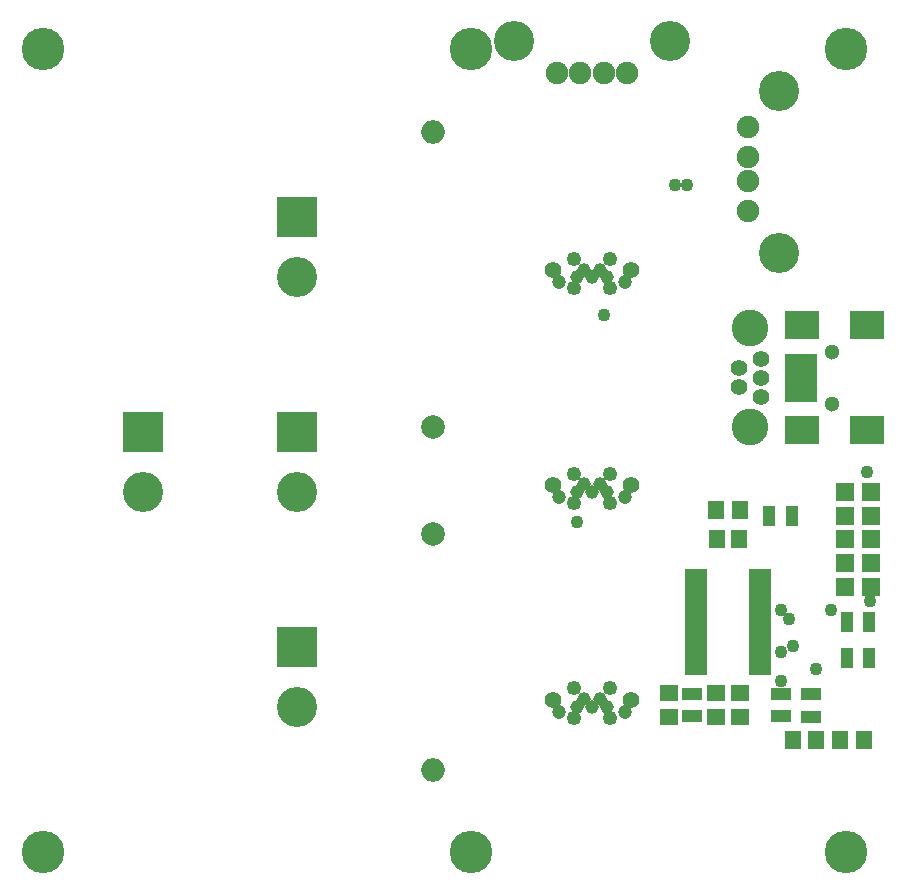
<source format=gbr>
G04 #@! TF.FileFunction,Soldermask,Top*
%FSLAX46Y46*%
G04 Gerber Fmt 4.6, Leading zero omitted, Abs format (unit mm)*
G04 Created by KiCad (PCBNEW 4.0.5) date 05/10/17 19:10:08*
%MOMM*%
%LPD*%
G01*
G04 APERTURE LIST*
%ADD10C,0.100000*%
%ADD11C,3.600000*%
%ADD12R,1.600000X1.600000*%
%ADD13R,1.650000X1.400000*%
%ADD14R,1.400000X1.650000*%
%ADD15R,1.900000X0.750000*%
%ADD16R,3.400000X3.400000*%
%ADD17C,3.400000*%
%ADD18R,1.700000X1.100000*%
%ADD19R,1.100000X1.700000*%
%ADD20C,1.150000*%
%ADD21C,1.200000*%
%ADD22C,1.250000*%
%ADD23C,1.400000*%
%ADD24C,1.900000*%
%ADD25C,3.100000*%
%ADD26R,2.700000X0.900000*%
%ADD27R,2.900000X2.400000*%
%ADD28C,1.300000*%
%ADD29C,2.000000*%
%ADD30O,2.000000X2.000000*%
%ADD31R,1.450000X1.500000*%
%ADD32C,1.085800*%
G04 APERTURE END LIST*
D10*
D11*
X42250000Y74000000D03*
X42250000Y6000000D03*
D12*
X76100000Y28500000D03*
X73900000Y28500000D03*
D13*
X59000000Y19500000D03*
X59000000Y17500000D03*
D14*
X71500000Y15500000D03*
X69500000Y15500000D03*
X73500000Y15500000D03*
X75500000Y15500000D03*
X65000000Y35000000D03*
X63000000Y35000000D03*
D13*
X65000000Y19500000D03*
X65000000Y17500000D03*
X63000000Y19500000D03*
X63000000Y17500000D03*
D15*
X66700000Y25180000D03*
X61300000Y25180000D03*
X66700000Y25800000D03*
X61300000Y25820000D03*
X61300000Y24540000D03*
X66700000Y24540000D03*
X66700000Y23900000D03*
X61300000Y23900000D03*
X61300000Y26460000D03*
X61300000Y27100000D03*
X66700000Y26460000D03*
X66700000Y27100000D03*
X66700000Y23260000D03*
X66700000Y27740000D03*
X61300000Y27740000D03*
X61300000Y23260000D03*
X66700000Y22620000D03*
X61300000Y22620000D03*
X61300000Y28380000D03*
X66700000Y28380000D03*
X66700000Y29020000D03*
X61300000Y29020000D03*
X61300000Y21980000D03*
X66700000Y21980000D03*
X66700000Y21340000D03*
X61300000Y21340000D03*
X61300000Y29660000D03*
X66700000Y29660000D03*
D16*
X14500000Y41580000D03*
D17*
X14500000Y36500000D03*
D16*
X27500000Y41580000D03*
D17*
X27500000Y36500000D03*
D16*
X27500000Y59780000D03*
D17*
X27500000Y54700000D03*
D16*
X27500000Y23380000D03*
D17*
X27500000Y18300000D03*
D12*
X73900000Y30500000D03*
X76100000Y30500000D03*
X76100000Y32500000D03*
X73900000Y32500000D03*
X73900000Y34500000D03*
X76100000Y34500000D03*
X76100000Y36500000D03*
X73900000Y36500000D03*
D18*
X68500000Y19450000D03*
X68500000Y17550000D03*
X71000000Y17500000D03*
X71000000Y19400000D03*
D19*
X74050000Y22500000D03*
X75950000Y22500000D03*
X67500000Y34500000D03*
X69400000Y34500000D03*
X74050000Y25500000D03*
X75950000Y25500000D03*
D18*
X61000000Y17550000D03*
X61000000Y19450000D03*
D20*
X52500000Y18300000D03*
X51850000Y18950000D03*
X51200000Y18300000D03*
X53150000Y18950000D03*
X53800000Y18300000D03*
D21*
X55300000Y17880000D03*
X49700000Y17880000D03*
D22*
X51000000Y19880000D03*
X54000000Y19880000D03*
X54000000Y17380000D03*
X51000000Y17380000D03*
D23*
X49175000Y18920000D03*
X55825000Y18920000D03*
D20*
X52500000Y36500000D03*
X51850000Y37150000D03*
X51200000Y36500000D03*
X53150000Y37150000D03*
X53800000Y36500000D03*
D21*
X55300000Y36080000D03*
X49700000Y36080000D03*
D22*
X51000000Y38080000D03*
X54000000Y38080000D03*
X54000000Y35580000D03*
X51000000Y35580000D03*
D23*
X49175000Y37120000D03*
X55825000Y37120000D03*
D20*
X52500000Y54700000D03*
X51850000Y55350000D03*
X51200000Y54700000D03*
X53150000Y55350000D03*
X53800000Y54700000D03*
D21*
X55300000Y54280000D03*
X49700000Y54280000D03*
D22*
X51000000Y56280000D03*
X54000000Y56280000D03*
X54000000Y53780000D03*
X51000000Y53780000D03*
D23*
X49175000Y55320000D03*
X55825000Y55320000D03*
D24*
X51500000Y72000000D03*
X53500000Y72000000D03*
X55500000Y72000000D03*
X49500000Y72000000D03*
D17*
X45930000Y74710000D03*
X59070000Y74710000D03*
D23*
X66800000Y46200000D03*
X66800000Y47800000D03*
X66800000Y44600000D03*
X64900000Y45400000D03*
X64900000Y47000000D03*
D25*
X65900000Y50400000D03*
X65900000Y42000000D03*
D24*
X65700000Y67440000D03*
X65700000Y64900000D03*
X65700000Y62870000D03*
X65700000Y60330000D03*
D17*
X68370000Y70490000D03*
X68370000Y56770000D03*
D26*
X70200000Y44600000D03*
X70200000Y45400000D03*
X70200000Y46200000D03*
X70200000Y47000000D03*
X70200000Y47800000D03*
D27*
X70300000Y41750000D03*
X75800000Y41750000D03*
X70300000Y50650000D03*
X75800000Y50650000D03*
D28*
X72800000Y44000000D03*
X72800000Y48400000D03*
D29*
X39000000Y42000000D03*
D30*
X39000000Y67000000D03*
D29*
X39000000Y33000000D03*
D30*
X39000000Y13000000D03*
D31*
X64925000Y32500000D03*
X63075000Y32500000D03*
D11*
X6000000Y74000000D03*
X74000000Y74000000D03*
X74000000Y6000000D03*
X6000000Y6000000D03*
D32*
X76000000Y27250000D03*
X69144398Y25800000D03*
X71500000Y21500000D03*
X69500000Y23500000D03*
X72749310Y26538773D03*
X68500000Y26500000D03*
X68500000Y20500000D03*
X68500000Y23000000D03*
X75750000Y38250000D03*
X69400000Y34500000D03*
X53500000Y51500000D03*
X51226362Y34002186D03*
X60500000Y62500000D03*
X59500000Y62500000D03*
M02*

</source>
